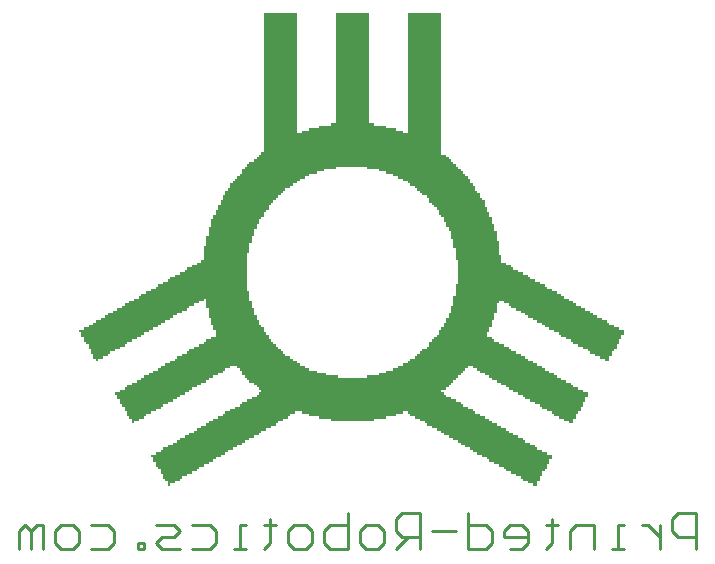
<source format=gbo>
%FSLAX25Y25*%
%MOIN*%
G70*
G01*
G75*
G04 Layer_Color=32896*
%ADD10R,0.03543X0.02756*%
%ADD11R,0.05512X0.04331*%
%ADD12O,0.01772X0.08268*%
%ADD13R,0.02756X0.03543*%
%ADD14R,0.03937X0.03543*%
%ADD15R,0.03150X0.03543*%
%ADD16R,0.02362X0.04528*%
%ADD17R,0.04724X0.04724*%
%ADD18R,0.04724X0.04724*%
%ADD19R,0.06693X0.01378*%
%ADD20R,0.12205X0.36142*%
%ADD21O,0.02756X0.09843*%
%ADD22R,0.06693X0.04331*%
%ADD23R,0.06299X0.04724*%
%ADD24R,0.07874X0.06299*%
%ADD25R,0.15748X0.08268*%
%ADD26R,0.09055X0.09055*%
%ADD27R,0.03543X0.03150*%
%ADD28R,0.04331X0.03150*%
%ADD29R,0.03937X0.02480*%
%ADD30R,0.05118X0.15748*%
%ADD31R,0.05315X0.01575*%
%ADD32R,0.07087X0.05512*%
%ADD33O,0.02165X0.06890*%
%ADD34O,0.06890X0.02165*%
%ADD35C,0.01500*%
%ADD36C,0.01000*%
%ADD37C,0.00800*%
%ADD38R,0.07874X0.05906*%
%ADD39R,0.07874X0.04921*%
%ADD40R,0.05906X0.05906*%
%ADD41C,0.05906*%
%ADD42C,0.19685*%
%ADD43C,0.04331*%
G04:AMPARAMS|DCode=44|XSize=157.48mil|YSize=78.74mil|CornerRadius=19.69mil|HoleSize=0mil|Usage=FLASHONLY|Rotation=0.000|XOffset=0mil|YOffset=0mil|HoleType=Round|Shape=RoundedRectangle|*
%AMROUNDEDRECTD44*
21,1,0.15748,0.03937,0,0,0.0*
21,1,0.11811,0.07874,0,0,0.0*
1,1,0.03937,0.05906,-0.01969*
1,1,0.03937,-0.05906,-0.01969*
1,1,0.03937,-0.05906,0.01969*
1,1,0.03937,0.05906,0.01969*
%
%ADD44ROUNDEDRECTD44*%
G04:AMPARAMS|DCode=45|XSize=157.48mil|YSize=78.74mil|CornerRadius=19.69mil|HoleSize=0mil|Usage=FLASHONLY|Rotation=90.000|XOffset=0mil|YOffset=0mil|HoleType=Round|Shape=RoundedRectangle|*
%AMROUNDEDRECTD45*
21,1,0.15748,0.03937,0,0,90.0*
21,1,0.11811,0.07874,0,0,90.0*
1,1,0.03937,0.01969,0.05906*
1,1,0.03937,0.01969,-0.05906*
1,1,0.03937,-0.01969,-0.05906*
1,1,0.03937,-0.01969,0.05906*
%
%ADD45ROUNDEDRECTD45*%
%ADD46R,0.05906X0.05906*%
%ADD47C,0.06299*%
%ADD48C,0.05709*%
%ADD49O,0.07480X0.04724*%
%ADD50C,0.05000*%
%ADD51C,0.03937*%
%ADD52C,0.00984*%
%ADD53C,0.02362*%
%ADD54C,0.00394*%
%ADD55C,0.00787*%
%ADD56R,0.04343X0.03556*%
%ADD57R,0.06312X0.05131*%
%ADD58O,0.02572X0.09068*%
%ADD59R,0.03556X0.04343*%
%ADD60R,0.04737X0.04343*%
%ADD61R,0.03950X0.04343*%
%ADD62R,0.03162X0.05328*%
%ADD63R,0.05524X0.05524*%
%ADD64R,0.05524X0.05524*%
%ADD65R,0.07493X0.02178*%
%ADD66R,0.13005X0.36942*%
%ADD67O,0.03556X0.10642*%
%ADD68R,0.07493X0.05131*%
%ADD69R,0.07099X0.05524*%
%ADD70R,0.08674X0.07099*%
%ADD71R,0.16548X0.09068*%
%ADD72R,0.09855X0.09855*%
%ADD73R,0.04343X0.03950*%
%ADD74R,0.05131X0.03950*%
%ADD75R,0.04488X0.03032*%
%ADD76R,0.05918X0.16548*%
%ADD77R,0.06115X0.02375*%
%ADD78R,0.07887X0.06312*%
%ADD79O,0.02965X0.07690*%
%ADD80O,0.07690X0.02965*%
%ADD81R,0.06706X0.06706*%
%ADD82C,0.06706*%
%ADD83C,0.20485*%
%ADD84C,0.04803*%
G04:AMPARAMS|DCode=85|XSize=165.48mil|YSize=86.74mil|CornerRadius=23.69mil|HoleSize=0mil|Usage=FLASHONLY|Rotation=0.000|XOffset=0mil|YOffset=0mil|HoleType=Round|Shape=RoundedRectangle|*
%AMROUNDEDRECTD85*
21,1,0.16548,0.03937,0,0,0.0*
21,1,0.11811,0.08674,0,0,0.0*
1,1,0.04737,0.05906,-0.01969*
1,1,0.04737,-0.05906,-0.01969*
1,1,0.04737,-0.05906,0.01969*
1,1,0.04737,0.05906,0.01969*
%
%ADD85ROUNDEDRECTD85*%
G04:AMPARAMS|DCode=86|XSize=165.48mil|YSize=86.74mil|CornerRadius=23.69mil|HoleSize=0mil|Usage=FLASHONLY|Rotation=90.000|XOffset=0mil|YOffset=0mil|HoleType=Round|Shape=RoundedRectangle|*
%AMROUNDEDRECTD86*
21,1,0.16548,0.03937,0,0,90.0*
21,1,0.11811,0.08674,0,0,90.0*
1,1,0.04737,0.01969,0.05906*
1,1,0.04737,0.01969,-0.05906*
1,1,0.04737,-0.01969,-0.05906*
1,1,0.04737,-0.01969,0.05906*
%
%ADD86ROUNDEDRECTD86*%
%ADD87R,0.06706X0.06706*%
%ADD88C,0.06772*%
%ADD89C,0.06509*%
%ADD90O,0.08280X0.05524*%
%ADD91C,0.05800*%
%ADD92C,0.04737*%
G36*
X205500Y-84000D02*
X207100D01*
Y-84800D01*
X207900D01*
Y-85600D01*
X208700D01*
Y-86400D01*
X209500D01*
Y-87200D01*
X210300D01*
Y-88000D01*
X211100D01*
Y-88800D01*
X211900D01*
Y-89600D01*
X212700D01*
Y-90400D01*
X213500D01*
Y-91200D01*
X214300D01*
Y-92000D01*
X215100D01*
Y-93600D01*
X215900D01*
Y-94400D01*
X216700D01*
Y-96000D01*
X217500D01*
Y-96800D01*
X218300D01*
Y-98400D01*
X219100D01*
Y-99200D01*
X219900D01*
Y-101600D01*
X220700D01*
Y-103200D01*
X221500D01*
Y-104800D01*
X222300D01*
Y-107200D01*
X223100D01*
Y-109600D01*
X223900D01*
Y-112800D01*
X224700D01*
Y-117600D01*
X225500D01*
Y-120000D01*
X227100D01*
Y-120800D01*
X228700D01*
Y-121600D01*
X229500D01*
Y-122400D01*
X231100D01*
Y-123200D01*
X232700D01*
Y-124000D01*
X234300D01*
Y-124800D01*
X235100D01*
Y-125600D01*
X236700D01*
Y-126400D01*
X238300D01*
Y-127200D01*
X239900D01*
Y-128000D01*
X240700D01*
Y-128800D01*
X242300D01*
Y-129600D01*
X243900D01*
Y-130400D01*
X245500D01*
Y-131200D01*
X246300D01*
Y-132000D01*
X247900D01*
Y-132800D01*
X249500D01*
Y-133600D01*
X250300D01*
Y-134400D01*
X251900D01*
Y-135200D01*
X253500D01*
Y-136000D01*
X255100D01*
Y-136800D01*
X255900D01*
Y-137600D01*
X257500D01*
Y-138400D01*
X259100D01*
Y-139200D01*
X260700D01*
Y-140000D01*
X261500D01*
Y-140800D01*
X263100D01*
Y-141600D01*
X264700D01*
Y-142400D01*
X266300D01*
Y-144000D01*
X265500D01*
Y-145600D01*
X264700D01*
Y-147200D01*
X263900D01*
Y-148800D01*
X263100D01*
Y-149600D01*
X262300D01*
Y-151200D01*
X261500D01*
Y-152800D01*
X259900D01*
Y-152000D01*
X258300D01*
Y-151200D01*
X256700D01*
Y-150400D01*
X255100D01*
Y-149600D01*
X254300D01*
Y-148800D01*
X252700D01*
Y-148000D01*
X251100D01*
Y-147200D01*
X249500D01*
Y-146400D01*
X248700D01*
Y-145600D01*
X247100D01*
Y-144800D01*
X245500D01*
Y-144000D01*
X244700D01*
Y-143200D01*
X243100D01*
Y-142400D01*
X241500D01*
Y-141600D01*
X239900D01*
Y-140800D01*
X239100D01*
Y-140000D01*
X237500D01*
Y-139200D01*
X235900D01*
Y-138400D01*
X234300D01*
Y-137600D01*
X233500D01*
Y-136800D01*
X231900D01*
Y-136000D01*
X230300D01*
Y-135200D01*
X228700D01*
Y-134400D01*
X227900D01*
Y-133600D01*
X226300D01*
Y-132800D01*
X224700D01*
Y-133600D01*
X223900D01*
Y-136800D01*
X223100D01*
Y-139200D01*
X222300D01*
Y-141600D01*
X221500D01*
Y-143200D01*
X220700D01*
Y-144800D01*
X222300D01*
Y-145600D01*
X223100D01*
Y-146400D01*
X224700D01*
Y-147200D01*
X226300D01*
Y-148000D01*
X227900D01*
Y-148800D01*
X228700D01*
Y-149600D01*
X230300D01*
Y-150400D01*
X231900D01*
Y-151200D01*
X233500D01*
Y-152000D01*
X234300D01*
Y-152800D01*
X235900D01*
Y-153600D01*
X237500D01*
Y-154400D01*
X239100D01*
Y-155200D01*
X239900D01*
Y-156000D01*
X241500D01*
Y-156800D01*
X243100D01*
Y-157600D01*
X243900D01*
Y-158400D01*
X245500D01*
Y-159200D01*
X247100D01*
Y-160000D01*
X248700D01*
Y-160800D01*
X249500D01*
Y-161600D01*
X251100D01*
Y-162400D01*
X252700D01*
Y-163200D01*
X254300D01*
Y-164800D01*
X253500D01*
Y-166400D01*
X252700D01*
Y-168000D01*
X251900D01*
Y-169600D01*
X251100D01*
Y-170400D01*
X250300D01*
Y-172000D01*
X249500D01*
Y-173600D01*
X247900D01*
Y-172800D01*
X246300D01*
Y-172000D01*
X244700D01*
Y-171200D01*
X243100D01*
Y-170400D01*
X242300D01*
Y-169600D01*
X240700D01*
Y-168800D01*
X239100D01*
Y-168000D01*
X238300D01*
Y-167200D01*
X236700D01*
Y-166400D01*
X235100D01*
Y-165600D01*
X233500D01*
Y-164800D01*
X232700D01*
Y-164000D01*
X231100D01*
Y-163200D01*
X229500D01*
Y-162400D01*
X227900D01*
Y-161600D01*
X227100D01*
Y-160800D01*
X225500D01*
Y-160000D01*
X223900D01*
Y-159200D01*
X222300D01*
Y-158400D01*
X221500D01*
Y-157600D01*
X219900D01*
Y-156800D01*
X218300D01*
Y-156000D01*
X217500D01*
Y-155200D01*
X215900D01*
Y-154400D01*
X214300D01*
Y-155200D01*
X213500D01*
Y-156000D01*
X212700D01*
Y-156800D01*
X211900D01*
Y-157600D01*
X211100D01*
Y-158400D01*
X210300D01*
Y-159200D01*
X209500D01*
Y-160000D01*
X208700D01*
Y-160800D01*
X207900D01*
Y-161600D01*
X207100D01*
Y-162400D01*
X205500D01*
Y-163200D01*
X206300D01*
Y-164000D01*
X207100D01*
Y-164800D01*
X208700D01*
Y-165600D01*
X210300D01*
Y-166400D01*
X211900D01*
Y-167200D01*
X212700D01*
Y-168000D01*
X214300D01*
Y-168800D01*
X215900D01*
Y-169600D01*
X216700D01*
Y-170400D01*
X218300D01*
Y-171200D01*
X219900D01*
Y-172000D01*
X221500D01*
Y-172800D01*
X222300D01*
Y-173600D01*
X223900D01*
Y-174400D01*
X225500D01*
Y-175200D01*
X227100D01*
Y-176000D01*
X227900D01*
Y-176800D01*
X229500D01*
Y-177600D01*
X231100D01*
Y-178400D01*
X232700D01*
Y-179200D01*
X233500D01*
Y-180000D01*
X235100D01*
Y-180800D01*
X236700D01*
Y-181600D01*
X237500D01*
Y-182400D01*
X239100D01*
Y-183200D01*
X240700D01*
Y-184000D01*
X242300D01*
Y-185600D01*
X241500D01*
Y-187200D01*
X240700D01*
Y-188800D01*
X239900D01*
Y-189600D01*
X239100D01*
Y-191200D01*
X238300D01*
Y-192800D01*
X237500D01*
Y-194400D01*
X235900D01*
Y-193600D01*
X234300D01*
Y-192800D01*
X232700D01*
Y-192000D01*
X231900D01*
Y-191200D01*
X230300D01*
Y-190400D01*
X228700D01*
Y-189600D01*
X227100D01*
Y-188800D01*
X226300D01*
Y-188000D01*
X224700D01*
Y-187200D01*
X223100D01*
Y-186400D01*
X221500D01*
Y-185600D01*
X220700D01*
Y-184800D01*
X219100D01*
Y-184000D01*
X217500D01*
Y-183200D01*
X215900D01*
Y-182400D01*
X215100D01*
Y-181600D01*
X213500D01*
Y-180800D01*
X211900D01*
Y-180000D01*
X211100D01*
Y-179200D01*
X209500D01*
Y-178400D01*
X207900D01*
Y-177600D01*
X206300D01*
Y-176800D01*
X205500D01*
Y-176000D01*
X203900D01*
Y-175200D01*
X202300D01*
Y-174400D01*
X200700D01*
Y-173600D01*
X199900D01*
Y-172800D01*
X198300D01*
Y-172000D01*
X196700D01*
Y-171200D01*
X195100D01*
Y-170400D01*
X194300D01*
Y-169600D01*
X192700D01*
Y-170400D01*
X190300D01*
Y-171200D01*
X187100D01*
Y-172000D01*
X183100D01*
Y-172800D01*
X168700D01*
Y-172000D01*
X164700D01*
Y-171200D01*
X161500D01*
Y-170400D01*
X159100D01*
Y-169600D01*
X156700D01*
Y-170400D01*
X155100D01*
Y-171200D01*
X154300D01*
Y-172000D01*
X152700D01*
Y-172800D01*
X151100D01*
Y-173600D01*
X150300D01*
Y-174400D01*
X148700D01*
Y-175200D01*
X147100D01*
Y-176000D01*
X145500D01*
Y-176800D01*
X144700D01*
Y-177600D01*
X143100D01*
Y-178400D01*
X141500D01*
Y-179200D01*
X139900D01*
Y-180000D01*
X139100D01*
Y-180800D01*
X137500D01*
Y-181600D01*
X135900D01*
Y-182400D01*
X134300D01*
Y-183200D01*
X133500D01*
Y-184000D01*
X131900D01*
Y-184800D01*
X130300D01*
Y-185600D01*
X129500D01*
Y-186400D01*
X127900D01*
Y-187200D01*
X126300D01*
Y-188000D01*
X124700D01*
Y-188800D01*
X123900D01*
Y-189600D01*
X122300D01*
Y-190400D01*
X120700D01*
Y-191200D01*
X119100D01*
Y-192000D01*
X118300D01*
Y-192800D01*
X116700D01*
Y-193600D01*
X115100D01*
Y-194400D01*
X114300D01*
Y-192800D01*
X113500D01*
Y-192000D01*
X112700D01*
Y-190400D01*
X111900D01*
Y-188800D01*
X111100D01*
Y-188000D01*
X110300D01*
Y-186400D01*
X109500D01*
Y-184800D01*
X108700D01*
Y-184000D01*
X110300D01*
Y-183200D01*
X111900D01*
Y-182400D01*
X112700D01*
Y-181600D01*
X114300D01*
Y-180800D01*
X115900D01*
Y-180000D01*
X117500D01*
Y-179200D01*
X118300D01*
Y-178400D01*
X119900D01*
Y-177600D01*
X121500D01*
Y-176800D01*
X123100D01*
Y-176000D01*
X123900D01*
Y-175200D01*
X125500D01*
Y-174400D01*
X127100D01*
Y-173600D01*
X127900D01*
Y-172800D01*
X129500D01*
Y-172000D01*
X131100D01*
Y-171200D01*
X132700D01*
Y-170400D01*
X133500D01*
Y-169600D01*
X135100D01*
Y-168800D01*
X136700D01*
Y-168000D01*
X138300D01*
Y-167200D01*
X139100D01*
Y-166400D01*
X140700D01*
Y-165600D01*
X142300D01*
Y-164800D01*
X143900D01*
Y-164000D01*
X144700D01*
Y-163200D01*
X145500D01*
Y-162400D01*
X144700D01*
Y-161600D01*
X143900D01*
Y-160800D01*
X143100D01*
Y-160000D01*
X141500D01*
Y-159200D01*
X140700D01*
Y-158400D01*
X139900D01*
Y-157600D01*
X139100D01*
Y-156000D01*
X138300D01*
Y-155200D01*
X137500D01*
Y-154400D01*
X135100D01*
Y-155200D01*
X133500D01*
Y-156000D01*
X132700D01*
Y-156800D01*
X131100D01*
Y-157600D01*
X129500D01*
Y-158400D01*
X127900D01*
Y-159200D01*
X127100D01*
Y-160000D01*
X125500D01*
Y-160800D01*
X123900D01*
Y-161600D01*
X122300D01*
Y-162400D01*
X121500D01*
Y-163200D01*
X119900D01*
Y-164000D01*
X118300D01*
Y-164800D01*
X117500D01*
Y-165600D01*
X115900D01*
Y-166400D01*
X114300D01*
Y-167200D01*
X112700D01*
Y-168000D01*
X111900D01*
Y-168800D01*
X110300D01*
Y-169600D01*
X108700D01*
Y-170400D01*
X107100D01*
Y-171200D01*
X106300D01*
Y-172000D01*
X104700D01*
Y-172800D01*
X103100D01*
Y-173600D01*
X102300D01*
Y-172000D01*
X101500D01*
Y-171200D01*
X100700D01*
Y-169600D01*
X99900D01*
Y-168000D01*
X99100D01*
Y-167200D01*
X98300D01*
Y-165600D01*
X97500D01*
Y-164000D01*
X96700D01*
Y-163200D01*
X98300D01*
Y-162400D01*
X99900D01*
Y-161600D01*
X100700D01*
Y-160800D01*
X102300D01*
Y-160000D01*
X103900D01*
Y-159200D01*
X105500D01*
Y-158400D01*
X106300D01*
Y-157600D01*
X107900D01*
Y-156800D01*
X109500D01*
Y-156000D01*
X111100D01*
Y-155200D01*
X111900D01*
Y-154400D01*
X113500D01*
Y-153600D01*
X115100D01*
Y-152800D01*
X116700D01*
Y-152000D01*
X117500D01*
Y-151200D01*
X119100D01*
Y-150400D01*
X120700D01*
Y-149600D01*
X121500D01*
Y-148800D01*
X123100D01*
Y-148000D01*
X124700D01*
Y-147200D01*
X126300D01*
Y-146400D01*
X127100D01*
Y-145600D01*
X128700D01*
Y-144800D01*
X130300D01*
Y-142400D01*
X129500D01*
Y-140800D01*
X128700D01*
Y-138400D01*
X127900D01*
Y-135200D01*
X127100D01*
Y-132000D01*
X126300D01*
Y-132800D01*
X124700D01*
Y-133600D01*
X123100D01*
Y-134400D01*
X121500D01*
Y-135200D01*
X120700D01*
Y-136000D01*
X119100D01*
Y-136800D01*
X117500D01*
Y-137600D01*
X115900D01*
Y-138400D01*
X115100D01*
Y-139200D01*
X113500D01*
Y-140000D01*
X111900D01*
Y-140800D01*
X111100D01*
Y-141600D01*
X109500D01*
Y-142400D01*
X107900D01*
Y-143200D01*
X106300D01*
Y-144000D01*
X105500D01*
Y-144800D01*
X103900D01*
Y-145600D01*
X102300D01*
Y-146400D01*
X100700D01*
Y-147200D01*
X99900D01*
Y-148000D01*
X98300D01*
Y-148800D01*
X96700D01*
Y-149600D01*
X95100D01*
Y-150400D01*
X94300D01*
Y-151200D01*
X92700D01*
Y-152000D01*
X91100D01*
Y-152800D01*
X90300D01*
Y-152000D01*
X89500D01*
Y-150400D01*
X88700D01*
Y-148800D01*
X87900D01*
Y-147200D01*
X87100D01*
Y-146400D01*
X86300D01*
Y-144800D01*
X85500D01*
Y-143200D01*
X84700D01*
Y-142400D01*
X86300D01*
Y-141600D01*
X87900D01*
Y-140800D01*
X89500D01*
Y-140000D01*
X90300D01*
Y-139200D01*
X91900D01*
Y-138400D01*
X93500D01*
Y-137600D01*
X94300D01*
Y-136800D01*
X95900D01*
Y-136000D01*
X97500D01*
Y-135200D01*
X99100D01*
Y-134400D01*
X99900D01*
Y-133600D01*
X101500D01*
Y-132800D01*
X103100D01*
Y-132000D01*
X104700D01*
Y-131200D01*
X105500D01*
Y-130400D01*
X107100D01*
Y-129600D01*
X108700D01*
Y-128800D01*
X110300D01*
Y-128000D01*
X111100D01*
Y-127200D01*
X112700D01*
Y-126400D01*
X114300D01*
Y-125600D01*
X115100D01*
Y-124800D01*
X116700D01*
Y-124000D01*
X118300D01*
Y-123200D01*
X119900D01*
Y-122400D01*
X120700D01*
Y-121600D01*
X122300D01*
Y-120800D01*
X123900D01*
Y-120000D01*
X125500D01*
Y-119200D01*
X126300D01*
Y-114400D01*
X127100D01*
Y-111200D01*
X127900D01*
Y-108000D01*
X128700D01*
Y-105600D01*
X129500D01*
Y-104000D01*
X130300D01*
Y-102400D01*
X131100D01*
Y-100800D01*
X131900D01*
Y-99200D01*
X132700D01*
Y-97600D01*
X133500D01*
Y-96000D01*
X134300D01*
Y-95200D01*
X135100D01*
Y-93600D01*
X135900D01*
Y-92800D01*
X136700D01*
Y-92000D01*
X137500D01*
Y-91200D01*
X138300D01*
Y-90400D01*
X139100D01*
Y-88800D01*
X139900D01*
Y-88000D01*
X140700D01*
Y-87200D01*
X141500D01*
Y-86400D01*
X143100D01*
Y-85600D01*
X143900D01*
Y-84800D01*
X144700D01*
Y-84000D01*
X145500D01*
Y-83200D01*
X146300D01*
Y-36800D01*
X157500D01*
Y-76800D01*
X159100D01*
Y-76000D01*
X161500D01*
Y-75200D01*
X164700D01*
Y-74400D01*
X168700D01*
Y-73600D01*
X170300D01*
Y-36800D01*
X181500D01*
Y-73600D01*
X183100D01*
Y-74400D01*
X187100D01*
Y-75200D01*
X190300D01*
Y-76000D01*
X192700D01*
Y-76800D01*
X194300D01*
Y-36800D01*
X205500D01*
Y-84000D01*
D02*
G37*
%LPC*%
G36*
X180700Y-88000D02*
X170300D01*
Y-88800D01*
X166300D01*
Y-89600D01*
X163900D01*
Y-90400D01*
X161500D01*
Y-91200D01*
X159900D01*
Y-92000D01*
X158300D01*
Y-92800D01*
X157500D01*
Y-93600D01*
X155900D01*
Y-94400D01*
X155100D01*
Y-95200D01*
X153500D01*
Y-96000D01*
X152700D01*
Y-96800D01*
X151900D01*
Y-97600D01*
X151100D01*
Y-98400D01*
X150300D01*
Y-99200D01*
X149500D01*
Y-100000D01*
X148700D01*
Y-100800D01*
X147900D01*
Y-101600D01*
Y-102400D01*
X147100D01*
Y-103200D01*
X146300D01*
Y-104000D01*
Y-104800D01*
X145500D01*
Y-105600D01*
X144700D01*
Y-106400D01*
Y-107200D01*
X143900D01*
Y-108000D01*
Y-108800D01*
X143100D01*
Y-109600D01*
Y-110400D01*
Y-111200D01*
X142300D01*
Y-112000D01*
Y-112800D01*
Y-113600D01*
X141500D01*
Y-114400D01*
Y-115200D01*
Y-116000D01*
Y-116800D01*
X140700D01*
Y-117600D01*
Y-118400D01*
Y-119200D01*
Y-120000D01*
Y-120800D01*
Y-121600D01*
Y-122400D01*
Y-123200D01*
Y-124000D01*
Y-124800D01*
Y-125600D01*
Y-126400D01*
Y-127200D01*
Y-128000D01*
Y-128800D01*
Y-129600D01*
X141500D01*
Y-130400D01*
Y-131200D01*
Y-132000D01*
Y-132800D01*
X142300D01*
Y-133600D01*
Y-134400D01*
Y-135200D01*
X143100D01*
Y-136000D01*
Y-136800D01*
Y-137600D01*
X143900D01*
Y-138400D01*
Y-139200D01*
X144700D01*
Y-140000D01*
Y-140800D01*
X145500D01*
Y-141600D01*
X146300D01*
Y-142400D01*
Y-143200D01*
X147100D01*
Y-144000D01*
X147900D01*
Y-144800D01*
Y-145600D01*
X148700D01*
Y-146400D01*
X149500D01*
Y-147200D01*
X150300D01*
Y-148000D01*
X151100D01*
Y-148800D01*
X151900D01*
Y-149600D01*
X152700D01*
Y-150400D01*
X153500D01*
Y-151200D01*
X155100D01*
Y-152000D01*
X155900D01*
Y-152800D01*
X157500D01*
Y-153600D01*
X158300D01*
Y-154400D01*
X159900D01*
Y-155200D01*
X161500D01*
Y-156000D01*
X163900D01*
Y-156800D01*
X167100D01*
Y-157600D01*
X171100D01*
Y-158400D01*
X180700D01*
Y-157600D01*
X184700D01*
Y-156800D01*
X187100D01*
Y-156000D01*
X189500D01*
Y-155200D01*
X191100D01*
Y-154400D01*
X192700D01*
Y-153600D01*
X194300D01*
Y-152800D01*
X195100D01*
Y-152000D01*
X196700D01*
Y-151200D01*
X197500D01*
Y-150400D01*
X198300D01*
Y-149600D01*
X199100D01*
Y-148800D01*
X200700D01*
Y-148000D01*
X201500D01*
Y-147200D01*
Y-146400D01*
X202300D01*
Y-145600D01*
X203100D01*
Y-144800D01*
X203900D01*
Y-144000D01*
X204700D01*
Y-143200D01*
Y-142400D01*
X205500D01*
Y-141600D01*
X206300D01*
Y-140800D01*
Y-140000D01*
X207100D01*
Y-139200D01*
Y-138400D01*
X207900D01*
Y-137600D01*
Y-136800D01*
X208700D01*
Y-136000D01*
Y-135200D01*
Y-134400D01*
X209500D01*
Y-133600D01*
Y-132800D01*
Y-132000D01*
Y-131200D01*
X210300D01*
Y-130400D01*
Y-129600D01*
Y-128800D01*
Y-128000D01*
Y-127200D01*
X211100D01*
Y-126400D01*
Y-125600D01*
Y-124800D01*
Y-124000D01*
Y-123200D01*
Y-122400D01*
Y-121600D01*
Y-120800D01*
Y-120000D01*
Y-119200D01*
X210300D01*
Y-118400D01*
Y-117600D01*
Y-116800D01*
Y-116000D01*
Y-115200D01*
X209500D01*
Y-114400D01*
Y-113600D01*
Y-112800D01*
Y-112000D01*
X208700D01*
Y-111200D01*
Y-110400D01*
Y-109600D01*
X207900D01*
Y-108800D01*
Y-108000D01*
X207100D01*
Y-107200D01*
Y-106400D01*
X206300D01*
Y-105600D01*
Y-104800D01*
X205500D01*
Y-104000D01*
X204700D01*
Y-103200D01*
Y-102400D01*
X203900D01*
Y-101600D01*
X203100D01*
Y-100800D01*
X202300D01*
Y-100000D01*
X201500D01*
Y-99200D01*
Y-98400D01*
X200700D01*
Y-97600D01*
X199100D01*
Y-96800D01*
X198300D01*
Y-96000D01*
X197500D01*
Y-95200D01*
X196700D01*
Y-94400D01*
X195100D01*
Y-93600D01*
X194300D01*
Y-92800D01*
X192700D01*
Y-92000D01*
X191100D01*
Y-91200D01*
X189500D01*
Y-90400D01*
X187100D01*
Y-89600D01*
X184700D01*
Y-88800D01*
X180700D01*
Y-88000D01*
D02*
G37*
%LPD*%
D36*
X290500Y-215500D02*
Y-203504D01*
X284502D01*
X282503Y-205503D01*
Y-209502D01*
X284502Y-211501D01*
X290500D01*
X278504Y-207503D02*
Y-215500D01*
Y-211501D01*
X276504Y-209502D01*
X274505Y-207503D01*
X272506D01*
X266508Y-215500D02*
X262509D01*
X264508D01*
Y-207503D01*
X266508D01*
X256511Y-215500D02*
Y-207503D01*
X250513D01*
X248514Y-209502D01*
Y-215500D01*
X242515Y-205503D02*
Y-207503D01*
X244515D01*
X240516D01*
X242515D01*
Y-213501D01*
X240516Y-215500D01*
X228520D02*
X232519D01*
X234518Y-213501D01*
Y-209502D01*
X232519Y-207503D01*
X228520D01*
X226521Y-209502D01*
Y-211501D01*
X234518D01*
X214525Y-203504D02*
Y-215500D01*
X220523D01*
X222522Y-213501D01*
Y-209502D01*
X220523Y-207503D01*
X214525D01*
X210526Y-209502D02*
X202528D01*
X198530Y-215500D02*
Y-203504D01*
X192532D01*
X190532Y-205503D01*
Y-209502D01*
X192532Y-211501D01*
X198530D01*
X194531D02*
X190532Y-215500D01*
X184534D02*
X180536D01*
X178536Y-213501D01*
Y-209502D01*
X180536Y-207503D01*
X184534D01*
X186534Y-209502D01*
Y-213501D01*
X184534Y-215500D01*
X174538Y-203504D02*
Y-215500D01*
X168539D01*
X166540Y-213501D01*
Y-211501D01*
Y-209502D01*
X168539Y-207503D01*
X174538D01*
X160542Y-215500D02*
X156543D01*
X154544Y-213501D01*
Y-209502D01*
X156543Y-207503D01*
X160542D01*
X162541Y-209502D01*
Y-213501D01*
X160542Y-215500D01*
X148546Y-205503D02*
Y-207503D01*
X150545D01*
X146547D01*
X148546D01*
Y-213501D01*
X146547Y-215500D01*
X140549D02*
X136550D01*
X138549D01*
Y-207503D01*
X140549D01*
X122554D02*
X128552D01*
X130552Y-209502D01*
Y-213501D01*
X128552Y-215500D01*
X122554D01*
X118556D02*
X112557D01*
X110558Y-213501D01*
X112557Y-211501D01*
X116556D01*
X118556Y-209502D01*
X116556Y-207503D01*
X110558D01*
X106560Y-215500D02*
Y-213501D01*
X104560D01*
Y-215500D01*
X106560D01*
X88565Y-207503D02*
X94563D01*
X96563Y-209502D01*
Y-213501D01*
X94563Y-215500D01*
X88565D01*
X82567D02*
X78569D01*
X76569Y-213501D01*
Y-209502D01*
X78569Y-207503D01*
X82567D01*
X84567Y-209502D01*
Y-213501D01*
X82567Y-215500D01*
X72571D02*
Y-207503D01*
X70571D01*
X68572Y-209502D01*
Y-215500D01*
Y-209502D01*
X66572Y-207503D01*
X64573Y-209502D01*
Y-215500D01*
M02*

</source>
